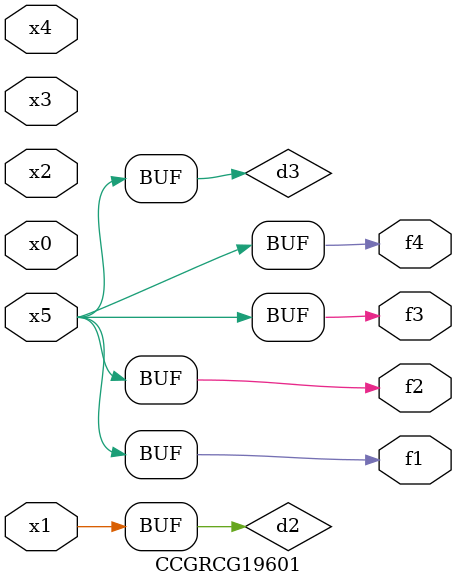
<source format=v>
module CCGRCG19601(
	input x0, x1, x2, x3, x4, x5,
	output f1, f2, f3, f4
);

	wire d1, d2, d3;

	not (d1, x5);
	or (d2, x1);
	xnor (d3, d1);
	assign f1 = d3;
	assign f2 = d3;
	assign f3 = d3;
	assign f4 = d3;
endmodule

</source>
